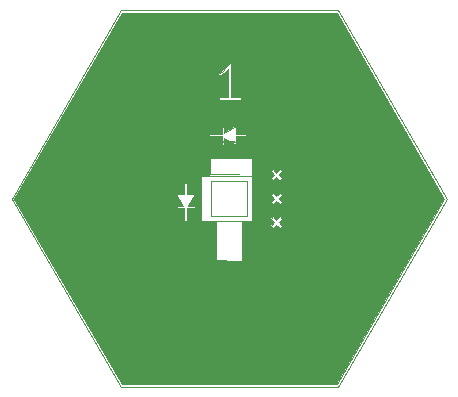
<source format=gbr>
%TF.GenerationSoftware,KiCad,Pcbnew,(6.0.8-1)-1*%
%TF.CreationDate,2022-11-30T21:50:02-05:00*%
%TF.ProjectId,Untitled,556e7469-746c-4656-942e-6b696361645f,rev?*%
%TF.SameCoordinates,Original*%
%TF.FileFunction,Legend,Top*%
%TF.FilePolarity,Positive*%
%FSLAX46Y46*%
G04 Gerber Fmt 4.6, Leading zero omitted, Abs format (unit mm)*
G04 Created by KiCad (PCBNEW (6.0.8-1)-1) date 2022-11-30 21:50:02*
%MOMM*%
%LPD*%
G01*
G04 APERTURE LIST*
%ADD10C,0.050000*%
%ADD11C,0.150000*%
%ADD12C,0.080000*%
%ADD13C,0.120000*%
G04 APERTURE END LIST*
D10*
G36*
X105650000Y-45960000D02*
G01*
X105650000Y-49750000D01*
X105900000Y-50000000D01*
X101300000Y-50000000D01*
X101300000Y-49500000D01*
X102850000Y-49500000D01*
X102850000Y-49700000D01*
X104750000Y-49700000D01*
X104750000Y-49450000D01*
X103900000Y-49450000D01*
X103900000Y-46500000D01*
X103700000Y-46500000D01*
X103600000Y-46700000D01*
X103425000Y-46975000D01*
X103175000Y-47225000D01*
X102800000Y-47425000D01*
X102875000Y-47600000D01*
X103275000Y-47400000D01*
X103575000Y-47100000D01*
X103650000Y-47000000D01*
X103650000Y-49450000D01*
X101300000Y-49450000D01*
X101315000Y-45910000D01*
X105650000Y-45960000D01*
G37*
X105650000Y-45960000D02*
X105650000Y-49750000D01*
X105900000Y-50000000D01*
X101300000Y-50000000D01*
X101300000Y-49500000D01*
X102850000Y-49500000D01*
X102850000Y-49700000D01*
X104750000Y-49700000D01*
X104750000Y-49450000D01*
X103900000Y-49450000D01*
X103900000Y-46500000D01*
X103700000Y-46500000D01*
X103600000Y-46700000D01*
X103425000Y-46975000D01*
X103175000Y-47225000D01*
X102800000Y-47425000D01*
X102875000Y-47600000D01*
X103275000Y-47400000D01*
X103575000Y-47100000D01*
X103650000Y-47000000D01*
X103650000Y-49450000D01*
X101300000Y-49450000D01*
X101315000Y-45910000D01*
X105650000Y-45960000D01*
D11*
%TO.C,REF\u002A\u002A*%
X102406666Y-54222380D02*
X102073333Y-53746190D01*
X101835238Y-54222380D02*
X101835238Y-53222380D01*
X102216190Y-53222380D01*
X102311428Y-53270000D01*
X102359047Y-53317619D01*
X102406666Y-53412857D01*
X102406666Y-53555714D01*
X102359047Y-53650952D01*
X102311428Y-53698571D01*
X102216190Y-53746190D01*
X101835238Y-53746190D01*
X102835238Y-53698571D02*
X103168571Y-53698571D01*
X103311428Y-54222380D02*
X102835238Y-54222380D01*
X102835238Y-53222380D01*
X103311428Y-53222380D01*
X104073333Y-53698571D02*
X103740000Y-53698571D01*
X103740000Y-54222380D02*
X103740000Y-53222380D01*
X104216190Y-53222380D01*
X104740000Y-53222380D02*
X104740000Y-53460476D01*
X104501904Y-53365238D02*
X104740000Y-53460476D01*
X104978095Y-53365238D01*
X104597142Y-53650952D02*
X104740000Y-53460476D01*
X104882857Y-53650952D01*
X105501904Y-53222380D02*
X105501904Y-53460476D01*
X105263809Y-53365238D02*
X105501904Y-53460476D01*
X105740000Y-53365238D01*
X105359047Y-53650952D02*
X105501904Y-53460476D01*
X105644761Y-53650952D01*
G36*
X106300000Y-52725000D02*
G01*
X105200000Y-52700000D01*
X105200000Y-52550000D01*
X104300000Y-52550000D01*
X104300000Y-51850000D01*
X103300000Y-52450000D01*
X103300000Y-51950000D01*
X103100000Y-51950000D01*
X103100000Y-52550000D01*
X102000000Y-52550000D01*
X102000000Y-52750000D01*
X103100000Y-52750000D01*
X103100000Y-53450000D01*
X103300000Y-53450000D01*
X103300000Y-52850000D01*
X104300000Y-53450000D01*
X104300000Y-52750000D01*
X106300000Y-52750000D01*
X106300000Y-54550000D01*
X101900000Y-54550000D01*
X101900000Y-50650000D01*
X106300000Y-50650000D01*
X106300000Y-52725000D01*
G37*
D12*
X106300000Y-52725000D02*
X105200000Y-52700000D01*
X105200000Y-52550000D01*
X104300000Y-52550000D01*
X104300000Y-51850000D01*
X103300000Y-52450000D01*
X103300000Y-51950000D01*
X103100000Y-51950000D01*
X103100000Y-52550000D01*
X102000000Y-52550000D01*
X102000000Y-52750000D01*
X103100000Y-52750000D01*
X103100000Y-53450000D01*
X103300000Y-53450000D01*
X103300000Y-52850000D01*
X104300000Y-53450000D01*
X104300000Y-52750000D01*
X106300000Y-52750000D01*
X106300000Y-54550000D01*
X101900000Y-54550000D01*
X101900000Y-50650000D01*
X106300000Y-50650000D01*
X106300000Y-52725000D01*
D13*
X102080000Y-54465000D02*
X102080000Y-55935000D01*
X104540000Y-54465000D02*
X102080000Y-54465000D01*
X102080000Y-55935000D02*
X104540000Y-55935000D01*
X85320000Y-58010000D02*
X94540000Y-42070000D01*
X112940000Y-73950000D02*
X122160000Y-58010000D01*
X105665000Y-56085000D02*
X101315000Y-56085000D01*
X101315000Y-59935000D02*
X101315000Y-56085000D01*
X101315000Y-59935000D02*
X105665000Y-59935000D01*
X122160000Y-58010000D02*
X112940000Y-42070000D01*
X105665000Y-56085000D02*
X105665000Y-59935000D01*
X94540000Y-42070000D02*
X112940000Y-42070000D01*
X94540000Y-73950000D02*
X85320000Y-58010000D01*
X94540000Y-73950000D02*
X112940000Y-73950000D01*
X102240000Y-56510000D02*
X105240000Y-56510000D01*
X105240000Y-56510000D02*
X105240000Y-59510000D01*
X105240000Y-59510000D02*
X102240000Y-59510000D01*
X102240000Y-59510000D02*
X102240000Y-56510000D01*
X108340000Y-50710000D02*
X105690000Y-50710000D01*
X105690000Y-50710000D02*
X105690000Y-55410000D01*
X105690000Y-55410000D02*
X108340000Y-55410000D01*
X108340000Y-55410000D02*
X108340000Y-50710000D01*
G36*
X108340000Y-50710000D02*
G01*
X105690000Y-50710000D01*
X105690000Y-55410000D01*
X108340000Y-55410000D01*
X108340000Y-50710000D01*
G37*
X108340000Y-58610000D02*
X107115000Y-58610000D01*
X107115000Y-58610000D02*
X107115000Y-59410000D01*
X107115000Y-59410000D02*
X108340000Y-59410000D01*
X108340000Y-59410000D02*
X108340000Y-58610000D01*
G36*
X108340000Y-58610000D02*
G01*
X107115000Y-58610000D01*
X107115000Y-59410000D01*
X108340000Y-59410000D01*
X108340000Y-58610000D01*
G37*
X104840000Y-60010000D02*
X105690000Y-60010000D01*
X105690000Y-60010000D02*
X105690000Y-60585000D01*
X105690000Y-60585000D02*
X104840000Y-60585000D01*
X104840000Y-60585000D02*
X104840000Y-60010000D01*
G36*
X104840000Y-60010000D02*
G01*
X105690000Y-60010000D01*
X105690000Y-60585000D01*
X104840000Y-60585000D01*
X104840000Y-60010000D01*
G37*
X102040000Y-56010000D02*
X101315000Y-56010000D01*
X101315000Y-56010000D02*
X101315000Y-50710000D01*
X101315000Y-50710000D02*
X102040000Y-50710000D01*
X102040000Y-50710000D02*
X102040000Y-56010000D01*
G36*
X102040000Y-56010000D02*
G01*
X101315000Y-56010000D01*
X101315000Y-50710000D01*
X102040000Y-50710000D01*
X102040000Y-56010000D01*
G37*
X107115000Y-60585000D02*
X105690000Y-60585000D01*
X105690000Y-60585000D02*
X105690000Y-55410000D01*
X105690000Y-55410000D02*
X107115000Y-55410000D01*
X107115000Y-55410000D02*
X107115000Y-60585000D01*
G36*
X107115000Y-60585000D02*
G01*
X105690000Y-60585000D01*
X105690000Y-55410000D01*
X107115000Y-55410000D01*
X107115000Y-60585000D01*
G37*
X104840000Y-63535000D02*
X108340000Y-63535000D01*
X108340000Y-63535000D02*
X108340000Y-60585000D01*
X108340000Y-60585000D02*
X104840000Y-60585000D01*
X104840000Y-60585000D02*
X104840000Y-63535000D01*
G36*
X104840000Y-63535000D02*
G01*
X108340000Y-63535000D01*
X108340000Y-60585000D01*
X104840000Y-60585000D01*
X104840000Y-63535000D01*
G37*
X98765000Y-59985000D02*
X102640000Y-59985000D01*
X102640000Y-59985000D02*
X102640000Y-63335000D01*
X102640000Y-63335000D02*
X98765000Y-63335000D01*
X98765000Y-63335000D02*
X98765000Y-59985000D01*
G36*
X98765000Y-59985000D02*
G01*
X102640000Y-59985000D01*
X102640000Y-63335000D01*
X98765000Y-63335000D01*
X98765000Y-59985000D01*
G37*
X101315000Y-49910000D02*
X108340000Y-49910000D01*
X108340000Y-49910000D02*
X108340000Y-50710000D01*
X108340000Y-50710000D02*
X101315000Y-50710000D01*
X101315000Y-50710000D02*
X101315000Y-49910000D01*
G36*
X101315000Y-49910000D02*
G01*
X108340000Y-49910000D01*
X108340000Y-50710000D01*
X101315000Y-50710000D01*
X101315000Y-49910000D01*
G37*
X101315000Y-56085000D02*
X98740000Y-56085000D01*
X98740000Y-56085000D02*
X98740000Y-45910000D01*
X98740000Y-45910000D02*
X101315000Y-45910000D01*
X101315000Y-45910000D02*
X101315000Y-56085000D01*
G36*
X101315000Y-56085000D02*
G01*
X98740000Y-56085000D01*
X98740000Y-45910000D01*
X101315000Y-45910000D01*
X101315000Y-56085000D01*
G37*
X108340000Y-57385000D02*
X107115000Y-57385000D01*
X107115000Y-57385000D02*
X107115000Y-56610000D01*
X107115000Y-56610000D02*
X108340000Y-56610000D01*
X108340000Y-56610000D02*
X108340000Y-57385000D01*
G36*
X108340000Y-57385000D02*
G01*
X107115000Y-57385000D01*
X107115000Y-56610000D01*
X108340000Y-56610000D01*
X108340000Y-57385000D01*
G37*
G36*
X103640000Y-45910000D02*
G01*
X98740000Y-46110000D01*
X98765000Y-63210000D01*
X108340000Y-63310000D01*
X108340000Y-49910000D01*
X105640000Y-49885000D01*
X105640000Y-45910000D01*
X103740000Y-45910000D01*
X103740000Y-42310000D01*
X112840000Y-42310000D01*
X121940000Y-58010000D01*
X112840000Y-73710000D01*
X94640000Y-73710000D01*
X85540000Y-58010000D01*
X94640000Y-42310000D01*
X103640000Y-42310000D01*
X103640000Y-45910000D01*
G37*
X103640000Y-45910000D02*
X98740000Y-46110000D01*
X98765000Y-63210000D01*
X108340000Y-63310000D01*
X108340000Y-49910000D01*
X105640000Y-49885000D01*
X105640000Y-45910000D01*
X103740000Y-45910000D01*
X103740000Y-42310000D01*
X112840000Y-42310000D01*
X121940000Y-58010000D01*
X112840000Y-73710000D01*
X94640000Y-73710000D01*
X85540000Y-58010000D01*
X94640000Y-42310000D01*
X103640000Y-42310000D01*
X103640000Y-45910000D01*
G36*
X108340000Y-56610000D02*
G01*
X107440000Y-56610000D01*
X107440000Y-56510000D01*
X107740000Y-56210000D01*
X108040000Y-56510000D01*
X108240000Y-56310000D01*
X107940000Y-56010000D01*
X108240000Y-55710000D01*
X108040000Y-55510000D01*
X107740000Y-55810000D01*
X107440000Y-55510000D01*
X107240000Y-55710000D01*
X107540000Y-56010000D01*
X107240000Y-56310000D01*
X107390000Y-56460000D01*
X107415000Y-56610000D01*
X107140000Y-56610000D01*
X107140000Y-55410000D01*
X108340000Y-55410000D01*
X108340000Y-56610000D01*
G37*
X108340000Y-56610000D02*
X107440000Y-56610000D01*
X107440000Y-56510000D01*
X107740000Y-56210000D01*
X108040000Y-56510000D01*
X108240000Y-56310000D01*
X107940000Y-56010000D01*
X108240000Y-55710000D01*
X108040000Y-55510000D01*
X107740000Y-55810000D01*
X107440000Y-55510000D01*
X107240000Y-55710000D01*
X107540000Y-56010000D01*
X107240000Y-56310000D01*
X107390000Y-56460000D01*
X107415000Y-56610000D01*
X107140000Y-56610000D01*
X107140000Y-55410000D01*
X108340000Y-55410000D01*
X108340000Y-56610000D01*
G36*
X101315000Y-60010000D02*
G01*
X98740000Y-60010000D01*
X98740000Y-56110000D01*
X100090000Y-56110000D01*
X100090000Y-56710000D01*
X99940000Y-56710000D01*
X99940000Y-57610000D01*
X99240000Y-57610000D01*
X99840000Y-58610000D01*
X99340000Y-58610000D01*
X99340000Y-58810000D01*
X99940000Y-58810000D01*
X99940000Y-59910000D01*
X100140000Y-59910000D01*
X100140000Y-58810000D01*
X100840000Y-58810000D01*
X100840000Y-58610000D01*
X100240000Y-58610000D01*
X100840000Y-57610000D01*
X100140000Y-57610000D01*
X100140000Y-56085000D01*
X101315000Y-56085000D01*
X101315000Y-60010000D01*
G37*
D12*
X101315000Y-60010000D02*
X98740000Y-60010000D01*
X98740000Y-56110000D01*
X100090000Y-56110000D01*
X100090000Y-56710000D01*
X99940000Y-56710000D01*
X99940000Y-57610000D01*
X99240000Y-57610000D01*
X99840000Y-58610000D01*
X99340000Y-58610000D01*
X99340000Y-58810000D01*
X99940000Y-58810000D01*
X99940000Y-59910000D01*
X100140000Y-59910000D01*
X100140000Y-58810000D01*
X100840000Y-58810000D01*
X100840000Y-58610000D01*
X100240000Y-58610000D01*
X100840000Y-57610000D01*
X100140000Y-57610000D01*
X100140000Y-56085000D01*
X101315000Y-56085000D01*
X101315000Y-60010000D01*
G36*
X108340000Y-58610000D02*
G01*
X107440000Y-58610000D01*
X107440000Y-58510000D01*
X107740000Y-58210000D01*
X108040000Y-58510000D01*
X108240000Y-58310000D01*
X107940000Y-58010000D01*
X108240000Y-57710000D01*
X108040000Y-57510000D01*
X107740000Y-57810000D01*
X107440000Y-57510000D01*
X107240000Y-57710000D01*
X107540000Y-58010000D01*
X107240000Y-58310000D01*
X107390000Y-58460000D01*
X107415000Y-58610000D01*
X107140000Y-58610000D01*
X107140000Y-57410000D01*
X108340000Y-57410000D01*
X108340000Y-58610000D01*
G37*
D13*
X108340000Y-58610000D02*
X107440000Y-58610000D01*
X107440000Y-58510000D01*
X107740000Y-58210000D01*
X108040000Y-58510000D01*
X108240000Y-58310000D01*
X107940000Y-58010000D01*
X108240000Y-57710000D01*
X108040000Y-57510000D01*
X107740000Y-57810000D01*
X107440000Y-57510000D01*
X107240000Y-57710000D01*
X107540000Y-58010000D01*
X107240000Y-58310000D01*
X107390000Y-58460000D01*
X107415000Y-58610000D01*
X107140000Y-58610000D01*
X107140000Y-57410000D01*
X108340000Y-57410000D01*
X108340000Y-58610000D01*
G36*
X108340000Y-60610000D02*
G01*
X107440000Y-60610000D01*
X107440000Y-60510000D01*
X107740000Y-60210000D01*
X108040000Y-60510000D01*
X108240000Y-60310000D01*
X107940000Y-60010000D01*
X108240000Y-59710000D01*
X108040000Y-59510000D01*
X107740000Y-59810000D01*
X107440000Y-59510000D01*
X107240000Y-59710000D01*
X107540000Y-60010000D01*
X107240000Y-60310000D01*
X107390000Y-60460000D01*
X107415000Y-60610000D01*
X107140000Y-60610000D01*
X107140000Y-59410000D01*
X108340000Y-59410000D01*
X108340000Y-60610000D01*
G37*
X108340000Y-60610000D02*
X107440000Y-60610000D01*
X107440000Y-60510000D01*
X107740000Y-60210000D01*
X108040000Y-60510000D01*
X108240000Y-60310000D01*
X107940000Y-60010000D01*
X108240000Y-59710000D01*
X108040000Y-59510000D01*
X107740000Y-59810000D01*
X107440000Y-59510000D01*
X107240000Y-59710000D01*
X107540000Y-60010000D01*
X107240000Y-60310000D01*
X107390000Y-60460000D01*
X107415000Y-60610000D01*
X107140000Y-60610000D01*
X107140000Y-59410000D01*
X108340000Y-59410000D01*
X108340000Y-60610000D01*
%TD*%
M02*

</source>
